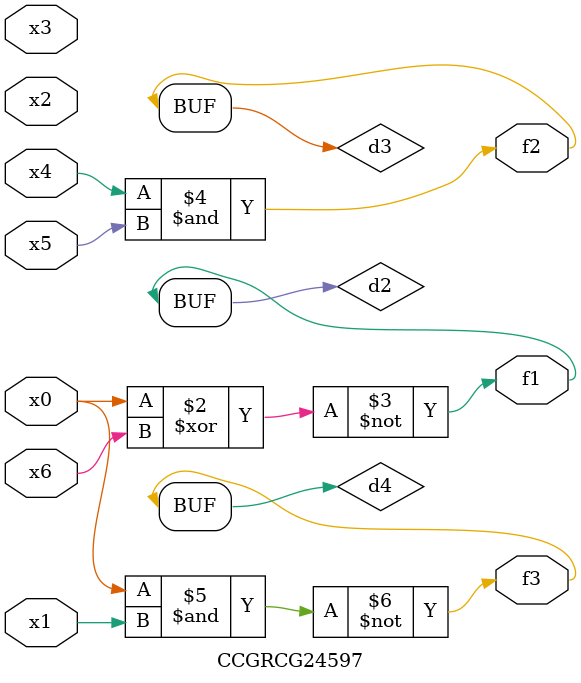
<source format=v>
module CCGRCG24597(
	input x0, x1, x2, x3, x4, x5, x6,
	output f1, f2, f3
);

	wire d1, d2, d3, d4;

	nor (d1, x0);
	xnor (d2, x0, x6);
	and (d3, x4, x5);
	nand (d4, x0, x1);
	assign f1 = d2;
	assign f2 = d3;
	assign f3 = d4;
endmodule

</source>
